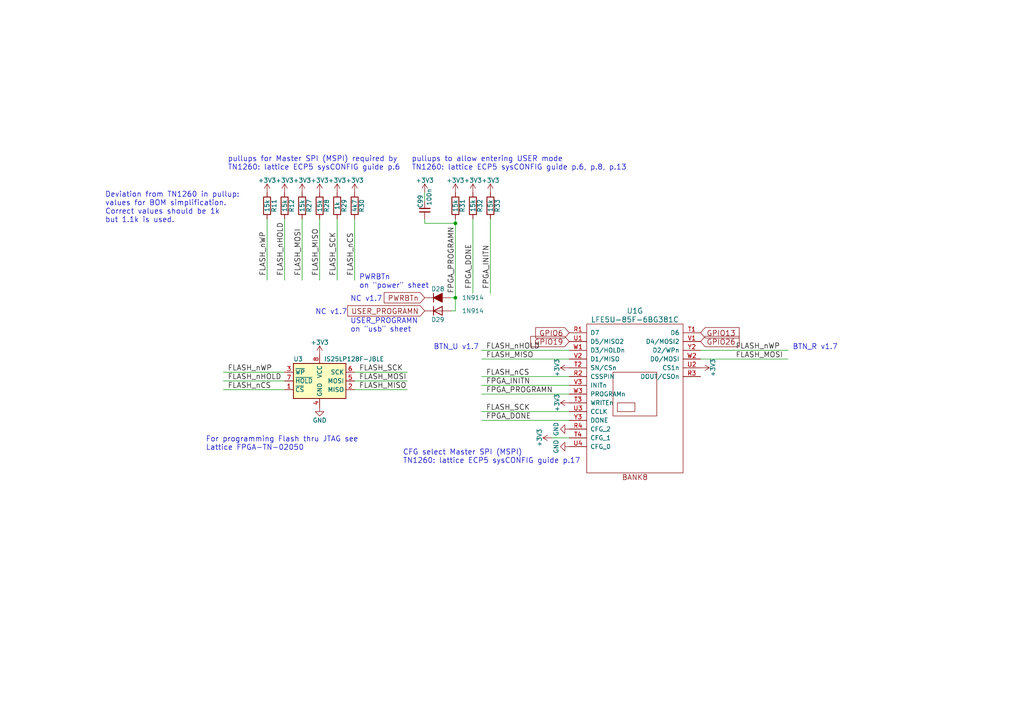
<source format=kicad_sch>
(kicad_sch (version 20231120) (generator "eeschema") (generator_version "8.0")
  (paper "A4")
  (title_block (title "ULX3S") (date "2024-08-20") (rev "0.0.4") (company "EMARD") (comment 1 "SPI flash") (comment 2 "License: CERN-OHL-S v2"))
  (lib_symbols
    (symbol "Device:C_Small" (pin_numbers hide) (pin_names (offset 0.254) hide)
      (property "Reference" "C" (at 0.254 1.778 0))
      (property "Value" "C_Small" (at 0.254 -2.032 0))
      (symbol "C_Small_0_1"
        (polyline (pts (xy -1.524 -0.508) (xy 1.524 -0.508)) (stroke (width 0.3302)))
        (polyline (pts (xy -1.524 0.508) (xy 1.524 0.508)) (stroke (width 0.3048)))
      )
      (symbol "C_Small_1_1"
        (pin passive line (at 0 2.54 270) (length 2.032) (name "~") (number "1"))
        (pin passive line (at 0 -2.54 90) (length 2.032) (name "~") (number "2"))
      )
    )
    (symbol "Device:D" (pin_numbers hide) (pin_names (offset 1.016) hide)
      (property "Reference" "D" (at 0 2.54 0))
      (property "Value" "D" (at 0 -2.54 0))
      (symbol "D_0_1"
        (polyline (pts (xy -1.27 1.27) (xy -1.27 -1.27)) (stroke (width 0.254)))
        (polyline (pts (xy 1.27 0) (xy -1.27 0)))
        (polyline (pts (xy 1.27 1.27) (xy 1.27 -1.27) (xy -1.27 0) (xy 1.27 1.27)) (stroke (width 0.254)))
      )
      (symbol "D_1_1"
        (pin passive line (at -3.81 0 0) (length 2.54) (name "K") (number "1"))
        (pin passive line (at 3.81 0 180) (length 2.54) (name "A") (number "2"))
      )
    )
    (symbol "Device:R" (pin_numbers hide) (pin_names (offset 0))
      (property "Reference" "R" (at 2.032 0 90))
      (property "Value" "R" (at 0 0 90))
      (symbol "R_0_1"
        (rectangle (start -1.016 -2.54) (end 1.016 2.54) (stroke (width 0.254)))
      )
      (symbol "R_1_1"
        (pin passive line (at 0 3.81 270) (length 1.27) (name "~") (number "1"))
        (pin passive line (at 0 -3.81 90) (length 1.27) (name "~") (number "2"))
      )
    )
    (symbol "Memory_EEPROM:25LCxxx"
      (property "Reference" "U" (at -7.62 6.35 0))
      (property "Value" "25LCxxx" (at 2.54 -6.35 0))
      (symbol "25LCxxx_1_1"
        (rectangle (start -7.62 5.08) (end 7.62 -5.08) (stroke (width 0.254)) (fill (type background)))
        (pin input line (at -10.16 -2.54 0) (length 2.54) (name "~{CS}") (number "1"))
        (pin tri_state line (at 10.16 -2.54 180) (length 2.54) (name "MISO") (number "2"))
        (pin input line (at -10.16 2.54 0) (length 2.54) (name "~{WP}") (number "3"))
        (pin power_in line (at 0 -7.62 90) (length 2.54) (name "GND") (number "4"))
        (pin input line (at 10.16 0 180) (length 2.54) (name "MOSI") (number "5"))
        (pin input line (at 10.16 2.54 180) (length 2.54) (name "SCK") (number "6"))
        (pin input line (at -10.16 0 0) (length 2.54) (name "~{HOLD}") (number "7"))
        (pin power_in line (at 0 7.62 270) (length 2.54) (name "VCC") (number "8"))
      )
    )
    (symbol "lfe5bg381:LFE5UM-85F-6BG381C" (pin_names (offset 1.016))
      (property "Reference" "U" (at 0 24.13 0))
      (property "Value" "LFE5UM-85F-6BG381C" (at 0 21.59 0))
      (symbol "LFE5UM-85F-6BG381C_1_1"
        (rectangle (start -13.97 20.32) (end 13.97 -17.78))
        (rectangle (start -6.35 6.35) (end 6.35 -6.35))
        (rectangle (start -5.08 5.08) (end 0 2.54))
        (text "BANK0" (at 0 -19.05 0) (effects (font (size 1.524 1.524))))
        (pin input line (at -19.05 15.24 0) (length 5.08) (name "PCLKT0_1") (number "A10"))
        (pin input line (at 19.05 15.24 180) (length 5.08) (name "PCLKC0_1") (number "A11"))
        (pin input line (at -19.05 -10.16 0) (length 5.08) (name "PT4A") (number "A6"))
        (pin input line (at -19.05 5.08 0) (length 5.08) (name "PT18A") (number "A7"))
        (pin input line (at 19.05 5.08 180) (length 5.08) (name "PT18B") (number "A8"))
        (pin input line (at -19.05 12.7 0) (length 5.08) (name "GR_PCLK0_1") (number "A9"))
        (pin input line (at 19.05 12.7 180) (length 5.08) (name "GR_PCLK0_0") (number "B10"))
        (pin input line (at -19.05 17.78 0) (length 5.08) (name "PCLKT0_0") (number "B11"))
        (pin input line (at 19.05 -10.16 180) (length 5.08) (name "PT4B") (number "B6"))
        (pin input line (at 19.05 2.54 180) (length 5.08) (name "PT15B") (number "B8"))
        (pin input line (at -19.05 10.16 0) (length 5.08) (name "PT58A") (number "B9"))
        (pin input line (at 19.05 10.16 180) (length 5.08) (name "PT58B") (number "C10"))
        (pin input line (at 19.05 17.78 180) (length 5.08) (name "PCLKC0_0") (number "C11"))
        (pin input line (at -19.05 -2.54 0) (length 5.08) (name "PT11A") (number "C6"))
        (pin input line (at 19.05 -2.54 180) (length 5.08) (name "PT11B") (number "C7"))
        (pin input line (at -19.05 2.54 0) (length 5.08) (name "PT15A") (number "C8"))
        (pin input line (at -19.05 -15.24 0) (length 5.08) (name "PT54A") (number "C9"))
        (pin input line (at -19.05 -12.7 0) (length 5.08) (name "PT56A") (number "D10"))
        (pin input line (at 19.05 -7.62 180) (length 5.08) (name "PT6B") (number "D6"))
        (pin input line (at 19.05 -5.08 180) (length 5.08) (name "PT9B") (number "D7"))
        (pin input line (at 19.05 0 180) (length 5.08) (name "PT13B") (number "D8"))
        (pin input line (at -19.05 7.62 0) (length 5.08) (name "PT20A") (number "D9"))
        (pin input line (at 19.05 -12.7 180) (length 5.08) (name "PT56B") (number "E10"))
        (pin input line (at -19.05 -7.62 0) (length 5.08) (name "PT6A") (number "E6"))
        (pin input line (at -19.05 -5.08 0) (length 5.08) (name "PT9A") (number "E7"))
        (pin input line (at -19.05 0 0) (length 5.08) (name "PT13A") (number "E8"))
        (pin input line (at 19.05 7.62 180) (length 5.08) (name "PT20B") (number "E9"))
      )
      (symbol "LFE5UM-85F-6BG381C_2_0"
        (text "BANK1" (at 0 -26.67 0) (effects (font (size 1.524 1.524))))
      )
      (symbol "LFE5UM-85F-6BG381C_2_1"
        (rectangle (start -13.97 20.32) (end 13.97 -25.4))
        (rectangle (start -6.35 6.35) (end 6.35 -6.35))
        (rectangle (start 0 5.08) (end 5.08 2.54))
        (pin input line (at -19.05 -12.7 0) (length 5.08) (name "PT76A") (number "A12"))
        (pin input line (at 19.05 -12.7 180) (length 5.08) (name "PT76B") (number "A13"))
        (pin input line (at -19.05 -5.08 0) (length 5.08) (name "PT83A") (number "A14"))
        (pin input line (at -19.05 -22.86 0) (length 5.08) (name "PT103A") (number "A15"))
        (pin input line (at -19.05 5.08 0) (length 5.08) (name "PT110A") (number "A16"))
        (pin input line (at -19.05 12.7 0) (length 5.08) (name "PT116A") (number "A17"))
        (pin input line (at -19.05 15.24 0) (length 5.08) (name "PT119A") (number "A18"))
        (pin input line (at -19.05 17.78 0) (length 5.08) (name "PT121A") (number "A19"))
        (pin input line (at -19.05 -17.78 0) (length 5.08) (name "PCLKT1_0") (number "B12"))
        (pin input line (at -19.05 -10.16 0) (length 5.08) (name "PT78A") (number "B13"))
        (pin input line (at -19.05 0 0) (length 5.08) (name "PT105A") (number "B15"))
        (pin input line (at 19.05 5.08 180) (length 5.08) (name "PT110B") (number "B16"))
        (pin input line (at -19.05 10.16 0) (length 5.08) (name "PT114A") (number "B17"))
        (pin input line (at 19.05 12.7 180) (length 5.08) (name "PT116B") (number "B18"))
        (pin input line (at 19.05 15.24 180) (length 5.08) (name "PT119B") (number "B19"))
        (pin input line (at 19.05 17.78 180) (length 5.08) (name "PT121B") (number "B20"))
        (pin input line (at 19.05 -17.78 180) (length 5.08) (name "PCLKC1_0") (number "C12"))
        (pin input line (at 19.05 -10.16 180) (length 5.08) (name "PT78B") (number "C13"))
        (pin input line (at 19.05 -5.08 180) (length 5.08) (name "PT83B") (number "C14"))
        (pin input line (at 19.05 0 180) (length 5.08) (name "PT105B") (number "C15"))
        (pin input line (at -19.05 7.62 0) (length 5.08) (name "PT112A") (number "C16"))
        (pin input line (at 19.05 10.16 180) (length 5.08) (name "PT114B") (number "C17"))
        (pin input line (at -19.05 -20.32 0) (length 5.08) (name "PCLKT1_1") (number "D11"))
        (pin input line (at -19.05 -15.24 0) (length 5.08) (name "GR_PCLK1_0") (number "D12"))
        (pin input line (at -19.05 -7.62 0) (length 5.08) (name "PT80A") (number "D13"))
        (pin input line (at -19.05 -2.54 0) (length 5.08) (name "PT85A") (number "D14"))
        (pin input line (at -19.05 2.54 0) (length 5.08) (name "PT107A") (number "D15"))
        (pin input line (at 19.05 7.62 180) (length 5.08) (name "PT112B") (number "D16"))
        (pin input line (at 19.05 -20.32 180) (length 5.08) (name "PCLKC1_1") (number "E11"))
        (pin input line (at 19.05 -15.24 180) (length 5.08) (name "GR_PCLK1_1") (number "E12"))
        (pin input line (at 19.05 -7.62 180) (length 5.08) (name "PT80B") (number "E13"))
        (pin input line (at 19.05 -2.54 180) (length 5.08) (name "PT85B") (number "E14"))
        (pin input line (at 19.05 2.54 180) (length 5.08) (name "PT107B") (number "E15"))
      )
      (symbol "LFE5UM-85F-6BG381C_3_0"
        (text "BANK2" (at 0 -26.67 0) (effects (font (size 1.524 1.524))))
      )
      (symbol "LFE5UM-85F-6BG381C_3_1"
        (rectangle (start -13.97 20.32) (end 13.97 -25.4))
        (rectangle (start -6.35 6.35) (end 6.35 -6.35))
        (rectangle (start 5.08 5.08) (end 2.54 0))
        (pin input line (at -19.05 -20.32 0) (length 5.08) (name "PR11A") (number "C18"))
        (pin input line (at -19.05 0 0) (length 5.08) (name "PR35A") (number "C20"))
        (pin input line (at 19.05 -20.32 180) (length 5.08) (name "PR11B") (number "D17"))
        (pin input line (at -19.05 -15.24 0) (length 5.08) (name "PR14A") (number "D18"))
        (pin input line (at 19.05 0 180) (length 5.08) (name "PR35B") (number "D19"))
        (pin input line (at -19.05 2.54 0) (length 5.08) (name "VREF1_2") (number "D20"))
        (pin input line (at -19.05 -17.78 0) (length 5.08) (name "PR11C") (number "E16"))
        (pin input line (at 19.05 -15.24 180) (length 5.08) (name "PR14B") (number "E17"))
        (pin input line (at -19.05 -12.7 0) (length 5.08) (name "PR14C") (number "E18"))
        (pin input line (at 19.05 2.54 180) (length 5.08) (name "PR35D") (number "E19"))
        (pin input line (at -19.05 5.08 0) (length 5.08) (name "PR38A") (number "E20"))
        (pin input line (at 19.05 -17.78 180) (length 5.08) (name "PR11D") (number "F16"))
        (pin input line (at -19.05 -10.16 0) (length 5.08) (name "PR17A") (number "F17"))
        (pin input line (at 19.05 -12.7 180) (length 5.08) (name "PR14D") (number "F18"))
        (pin input line (at 19.05 5.08 180) (length 5.08) (name "PR38B") (number "F19"))
        (pin input line (at -19.05 7.62 0) (length 5.08) (name "PR38C") (number "F20"))
        (pin input line (at -19.05 -7.62 0) (length 5.08) (name "PR17C") (number "G16"))
        (pin input line (at 19.05 -10.16 180) (length 5.08) (name "PR17B") (number "G18"))
        (pin input line (at -19.05 10.16 0) (length 5.08) (name "GR_PCLK2_1") (number "G19"))
        (pin input line (at 19.05 7.62 180) (length 5.08) (name "PR38D") (number "G20"))
        (pin input line (at 19.05 -7.62 180) (length 5.08) (name "PR17D") (number "H16"))
        (pin input line (at 19.05 -5.08 180) (length 5.08) (name "PR20B") (number "H17"))
        (pin input line (at -19.05 -5.08 0) (length 5.08) (name "PR20A") (number "H18"))
        (pin input line (at 19.05 10.16 180) (length 5.08) (name "PR41B") (number "H20"))
        (pin input line (at 19.05 -2.54 180) (length 5.08) (name "PR20D") (number "J16"))
        (pin input line (at -19.05 -2.54 0) (length 5.08) (name "PR20C") (number "J17"))
        (pin input line (at -19.05 12.7 0) (length 5.08) (name "GR_PCLK2_0") (number "J18"))
        (pin input line (at -19.05 15.24 0) (length 5.08) (name "PCLKT2_1") (number "J19"))
        (pin input line (at -19.05 17.78 0) (length 5.08) (name "PCLKT2_0") (number "J20"))
        (pin input line (at -19.05 -22.86 0) (length 5.08) (name "PR29A") (number "K16"))
        (pin input line (at 19.05 -22.86 180) (length 5.08) (name "PR29B") (number "K17"))
        (pin input line (at 19.05 12.7 180) (length 5.08) (name "PR41D") (number "K18"))
        (pin input line (at 19.05 15.24 180) (length 5.08) (name "PCLKC2_1") (number "K19"))
        (pin input line (at 19.05 17.78 180) (length 5.08) (name "PCLKC2_0") (number "K20"))
      )
      (symbol "LFE5UM-85F-6BG381C_4_0"
        (text "BANK3" (at 0 -26.67 0) (effects (font (size 1.524 1.524))))
      )
      (symbol "LFE5UM-85F-6BG381C_4_1"
        (rectangle (start -13.97 20.32) (end 13.97 -25.4))
        (rectangle (start -6.35 6.35) (end 6.35 -6.35))
        (rectangle (start 2.54 0) (end 5.08 -5.08))
        (pin input line (at -19.05 -15.24 0) (length 5.08) (name "GR_PCLK3_0") (number "L16"))
        (pin input line (at 19.05 -15.24 180) (length 5.08) (name "PR50B") (number "L17"))
        (pin input line (at -19.05 -12.7 0) (length 5.08) (name "GR_PCLK3_1") (number "L18"))
        (pin input line (at -19.05 -17.78 0) (length 5.08) (name "PCLKT3_0") (number "L19"))
        (pin input line (at -19.05 -20.32 0) (length 5.08) (name "PCLKT3_1") (number "L20"))
        (pin input line (at 19.05 -10.16 180) (length 5.08) (name "PR53B") (number "M17"))
        (pin input line (at 19.05 -12.7 180) (length 5.08) (name "PR50D") (number "M18"))
        (pin input line (at 19.05 -17.78 180) (length 5.08) (name "PCLKC3_0") (number "M19"))
        (pin input line (at 19.05 -20.32 180) (length 5.08) (name "PCLKC3_1") (number "M20"))
        (pin input line (at -19.05 -10.16 0) (length 5.08) (name "PR53A") (number "N16"))
        (pin input line (at -19.05 -5.08 0) (length 5.08) (name "PR56A") (number "N17"))
        (pin input line (at -19.05 -7.62 0) (length 5.08) (name "PR53C") (number "N18"))
        (pin input line (at -19.05 0 0) (length 5.08) (name "PR83A") (number "N19"))
        (pin input line (at 19.05 0 180) (length 5.08) (name "PR83B") (number "N20"))
        (pin input line (at 19.05 -5.08 180) (length 5.08) (name "VREF1_3") (number "P16"))
        (pin input line (at 19.05 -7.62 180) (length 5.08) (name "PR53D") (number "P17"))
        (pin input line (at 19.05 2.54 180) (length 5.08) (name "PR83D") (number "P18"))
        (pin input line (at -19.05 2.54 0) (length 5.08) (name "PR83C") (number "P19"))
        (pin input line (at -19.05 5.08 0) (length 5.08) (name "PR86A") (number "P20"))
        (pin input line (at -19.05 -2.54 0) (length 5.08) (name "PR56C") (number "R16"))
        (pin input line (at 19.05 -2.54 180) (length 5.08) (name "PR56D") (number "R17"))
        (pin input line (at 19.05 10.16 180) (length 5.08) (name "PR89B") (number "R18"))
        (pin input line (at 19.05 5.08 180) (length 5.08) (name "PR86B") (number "R20"))
        (pin input line (at -19.05 -22.86 0) (length 5.08) (name "PR77A") (number "T16"))
        (pin input line (at 19.05 17.78 180) (length 5.08) (name "GPLL0C_IN") (number "T17"))
        (pin input line (at 19.05 12.7 180) (length 5.08) (name "PR89D") (number "T18"))
        (pin input line (at -19.05 10.16 0) (length 5.08) (name "PR89A") (number "T19"))
        (pin input line (at -19.05 7.62 0) (length 5.08) (name "PR86C") (number "T20"))
        (pin input line (at -19.05 17.78 0) (length 5.08) (name "GPLL0T_IN") (number "U16"))
        (pin input line (at 19.05 15.24 180) (length 5.08) (name "PR92B") (number "U17"))
        (pin input line (at -19.05 15.24 0) (length 5.08) (name "PR92A") (number "U18"))
        (pin input line (at -19.05 12.7 0) (length 5.08) (name "PR89C") (number "U19"))
        (pin input line (at 19.05 7.62 180) (length 5.08) (name "PR86D") (number "U20"))
      )
      (symbol "LFE5UM-85F-6BG381C_5_0"
        (text "BANK6" (at 0 -26.67 0) (effects (font (size 1.524 1.524))))
      )
      (symbol "LFE5UM-85F-6BG381C_5_1"
        (rectangle (start -13.97 20.32) (end 13.97 -25.4))
        (rectangle (start -6.35 6.35) (end 6.35 -6.35))
        (rectangle (start -5.08 0) (end -2.54 -5.08))
        (pin input line (at 19.05 15.24 180) (length 5.08) (name "PCLKC6_1") (number "F1"))
        (pin input line (at 19.05 17.78 180) (length 5.08) (name "PCLKC6_0") (number "G1"))
        (pin input line (at -19.05 15.24 0) (length 5.08) (name "PCLKT6_1") (number "G2"))
        (pin input line (at -19.05 7.62 0) (length 5.08) (name "PL53C") (number "H1"))
        (pin input line (at -19.05 17.78 0) (length 5.08) (name "PCLKT6_0") (number "H2"))
        (pin input line (at 19.05 5.08 180) (length 5.08) (name "PL53B") (number "J1"))
        (pin input line (at -19.05 12.7 0) (length 5.08) (name "GR_PCLK6_1") (number "J3"))
        (pin input line (at -19.05 10.16 0) (length 5.08) (name "GR_PCLK6_0") (number "J4"))
        (pin input line (at 19.05 10.16 180) (length 5.08) (name "PL50B") (number "J5"))
        (pin input line (at 19.05 7.62 180) (length 5.08) (name "PL53D") (number "K1"))
        (pin input line (at -19.05 5.08 0) (length 5.08) (name "PL53A") (number "K2"))
        (pin input line (at 19.05 12.7 180) (length 5.08) (name "PL50D") (number "K3"))
        (pin input line (at -19.05 0 0) (length 5.08) (name "PL56A") (number "K4"))
        (pin input line (at 19.05 0 180) (length 5.08) (name "VREF1_6") (number "K5"))
        (pin input line (at -19.05 -12.7 0) (length 5.08) (name "PL65C") (number "L1"))
        (pin input line (at 19.05 -7.62 180) (length 5.08) (name "PL86D") (number "L2"))
        (pin input line (at -19.05 -7.62 0) (length 5.08) (name "PL86C") (number "L3"))
        (pin input line (at -19.05 2.54 0) (length 5.08) (name "PL56C") (number "L4"))
        (pin input line (at 19.05 2.54 180) (length 5.08) (name "PL56D") (number "L5"))
        (pin input line (at 19.05 -15.24 180) (length 5.08) (name "PL89B") (number "M1"))
        (pin input line (at 19.05 -10.16 180) (length 5.08) (name "PL86B") (number "M3"))
        (pin input line (at -19.05 -5.08 0) (length 5.08) (name "PL83A") (number "M4"))
        (pin input line (at -19.05 -22.86 0) (length 5.08) (name "PL77A") (number "M5"))
        (pin input line (at 19.05 -12.7 180) (length 5.08) (name "PL89D") (number "N1"))
        (pin input line (at -19.05 -15.24 0) (length 5.08) (name "PL65A") (number "N2"))
        (pin input line (at -19.05 -10.16 0) (length 5.08) (name "PL86A") (number "N3"))
        (pin input line (at -19.05 -2.54 0) (length 5.08) (name "PL83C") (number "N4"))
        (pin input line (at 19.05 -5.08 180) (length 5.08) (name "PL83B") (number "N5"))
        (pin input line (at -19.05 -20.32 0) (length 5.08) (name "PL92A") (number "P1"))
        (pin input line (at 19.05 -20.32 180) (length 5.08) (name "PL92B") (number "P2"))
        (pin input line (at -19.05 -17.78 0) (length 5.08) (name "GPLL0T_IN") (number "P3"))
        (pin input line (at 19.05 -17.78 180) (length 5.08) (name "GPLL0C_IN") (number "P4"))
        (pin input line (at 19.05 -2.54 180) (length 5.08) (name "PL83D") (number "P5"))
      )
      (symbol "LFE5UM-85F-6BG381C_6_0"
        (text "BANK7" (at 0 -24.13 0) (effects (font (size 1.524 1.524))))
      )
      (symbol "LFE5UM-85F-6BG381C_6_1"
        (rectangle (start -13.97 20.32) (end 13.97 -22.86))
        (rectangle (start -6.35 6.35) (end 6.35 -6.35))
        (rectangle (start -5.08 5.08) (end -2.54 0))
        (pin input line (at -19.05 -5.08 0) (length 5.08) (name "PL35A") (number "A2"))
        (pin input line (at -19.05 12.7 0) (length 5.08) (name "PL14C") (number "A3"))
        (pin input line (at -19.05 15.24 0) (length 5.08) (name "PL11A") (number "A4"))
        (pin input line (at 19.05 15.24 180) (length 5.08) (name "PL11B") (number "A5"))
        (pin input line (at 19.05 -5.08 180) (length 5.08) (name "PL35B") (number "B1"))
        (pin input line (at -19.05 -2.54 0) (length 5.08) (name "VREF1_7") (number "B2"))
        (pin input line (at 19.05 12.7 180) (length 5.08) (name "PL14D") (number "B3"))
        (pin input line (at 19.05 10.16 180) (length 5.08) (name "PL14B") (number "B4"))
        (pin input line (at -19.05 17.78 0) (length 5.08) (name "PL11C") (number "B5"))
        (pin input line (at -19.05 -10.16 0) (length 5.08) (name "PL38A") (number "C1"))
        (pin input line (at 19.05 -2.54 180) (length 5.08) (name "PL35D") (number "C2"))
        (pin input line (at -19.05 7.62 0) (length 5.08) (name "PL17C") (number "C3"))
        (pin input line (at -19.05 10.16 0) (length 5.08) (name "PL14A") (number "C4"))
        (pin input line (at 19.05 17.78 180) (length 5.08) (name "PL11D") (number "C5"))
        (pin input line (at 19.05 -10.16 180) (length 5.08) (name "PL38B") (number "D1"))
        (pin input line (at -19.05 -7.62 0) (length 5.08) (name "PL38C") (number "D2"))
        (pin input line (at 19.05 7.62 180) (length 5.08) (name "PL17D") (number "D3"))
        (pin input line (at 19.05 5.08 180) (length 5.08) (name "PL17B") (number "D5"))
        (pin input line (at 19.05 -7.62 180) (length 5.08) (name "PL38D") (number "E1"))
        (pin input line (at 19.05 -17.78 180) (length 5.08) (name "PCLKC7_0") (number "E2"))
        (pin input line (at 19.05 0 180) (length 5.08) (name "PL20B") (number "E3"))
        (pin input line (at -19.05 5.08 0) (length 5.08) (name "PL17A") (number "E4"))
        (pin input line (at -19.05 2.54 0) (length 5.08) (name "PL20C") (number "E5"))
        (pin input line (at -19.05 -17.78 0) (length 5.08) (name "PCLKT7_0") (number "F2"))
        (pin input line (at 19.05 -20.32 180) (length 5.08) (name "PCLKC7_1") (number "F3"))
        (pin input line (at -19.05 0 0) (length 5.08) (name "PL20A") (number "F4"))
        (pin input line (at 19.05 2.54 180) (length 5.08) (name "PL20D") (number "F5"))
        (pin input line (at -19.05 -20.32 0) (length 5.08) (name "PCLKT7_1") (number "G3"))
        (pin input line (at 19.05 -15.24 180) (length 5.08) (name "PL41B") (number "G5"))
        (pin input line (at 19.05 -12.7 180) (length 5.08) (name "PL41D") (number "H3"))
        (pin input line (at -19.05 -15.24 0) (length 5.08) (name "GR_PCLK7_1") (number "H4"))
        (pin input line (at -19.05 -12.7 0) (length 5.08) (name "GR_PCLK7_0") (number "H5"))
      )
      (symbol "LFE5UM-85F-6BG381C_7_0"
        (text "BANK8" (at 0 -24.13 0) (effects (font (size 1.524 1.524))))
      )
      (symbol "LFE5UM-85F-6BG381C_7_1"
        (rectangle (start -13.97 20.32) (end 13.97 -22.86))
        (rectangle (start -6.35 6.35) (end 6.35 -6.35))
        (rectangle (start -5.08 -5.08) (end 0 -2.54))
        (pin input line (at -19.05 17.78 0) (length 5.08) (name "D7") (number "R1"))
        (pin input line (at -19.05 5.08 0) (length 5.08) (name "CSSPIN") (number "R2"))
        (pin input line (at 19.05 5.08 180) (length 5.08) (name "DOUT/CSOn") (number "R3"))
        (pin input line (at -19.05 -10.16 0) (length 5.08) (name "CFG_2") (number "R4"))
        (pin input line (at 19.05 17.78 180) (length 5.08) (name "D6") (number "T1"))
        (pin input line (at -19.05 7.62 0) (length 5.08) (name "SN/CSn") (number "T2"))
        (pin input line (at -19.05 -2.54 0) (length 5.08) (name "WRITEn") (number "T3"))
        (pin input line (at -19.05 -12.7 0) (length 5.08) (name "CFG_1") (number "T4"))
        (pin input line (at -19.05 15.24 0) (length 5.08) (name "D5/MISO2") (number "U1"))
        (pin input line (at 19.05 7.62 180) (length 5.08) (name "CS1n") (number "U2"))
        (pin input line (at -19.05 -5.08 0) (length 5.08) (name "CCLK") (number "U3"))
        (pin input line (at -19.05 -15.24 0) (length 5.08) (name "CFG_0") (number "U4"))
        (pin input line (at 19.05 15.24 180) (length 5.08) (name "D4/MOSI2") (number "V1"))
        (pin input line (at -19.05 10.16 0) (length 5.08) (name "D1/MISO") (number "V2"))
        (pin input line (at -19.05 2.54 0) (length 5.08) (name "INITn") (number "V3"))
        (pin input line (at -19.05 12.7 0) (length 5.08) (name "D3/HOLDn") (number "W1"))
        (pin input line (at 19.05 10.16 180) (length 5.08) (name "D0/MOSI") (number "W2"))
        (pin input line (at -19.05 0 0) (length 5.08) (name "PROGRAMn") (number "W3"))
        (pin input line (at 19.05 12.7 180) (length 5.08) (name "D2/WPn") (number "Y2"))
        (pin input line (at -19.05 -7.62 0) (length 5.08) (name "DONE") (number "Y3"))
      )
      (symbol "LFE5UM-85F-6BG381C_8_0"
        (text "BANK50,51" (at 0 -27.94 0) (effects (font (size 1.524 1.524))))
        (text "SERDES" (at 0 -30.48 0) (effects (font (size 1.524 1.524))))
      )
      (symbol "LFE5UM-85F-6BG381C_8_1"
        (rectangle (start -16.51 25.4) (end 16.51 -26.67))
        (rectangle (start -6.35 6.35) (end 6.35 -6.35))
        (rectangle (start 3.81 -5.08) (end -3.81 -3.81))
        (pin input line (at 21.59 8.89 180) (length 5.08) (name "VCCHTX0_D0CH1") (number "T10"))
        (pin input line (at -21.59 -7.62 0) (length 5.08) (name "VCCHTX0_D1CH0") (number "T11"))
        (pin input line (at -21.59 -10.16 0) (length 5.08) (name "VCCHRX0_D1CH0") (number "T12"))
        (pin input line (at 21.59 -10.16 180) (length 5.08) (name "VCCHRX0_D1CH1") (number "T13"))
        (pin input line (at 21.59 -7.62 180) (length 5.08) (name "VCCHTX0_D1CH1") (number "T14"))
        (pin input line (at -21.59 -2.54 0) (length 5.08) (name "VCCA1") (number "T15"))
        (pin input line (at -21.59 3.81 0) (length 5.08) (name "VCCA0") (number "T6"))
        (pin input line (at -21.59 8.89 0) (length 5.08) (name "VCCHTX0_D0CH0") (number "T7"))
        (pin input line (at -21.59 6.35 0) (length 5.08) (name "VCCHRX0_D0CH0") (number "T8"))
        (pin input line (at 21.59 6.35 180) (length 5.08) (name "VCCHRX0_D0CH1") (number "T9"))
        (pin input line (at -21.59 -5.08 0) (length 5.08) (name "VCCA1") (number "U15"))
        (pin input line (at -21.59 1.27 0) (length 5.08) (name "VCCA0") (number "U6"))
        (pin input line (at 21.59 3.81 180) (length 5.08) (name "VCCAUXA0") (number "V10"))
        (pin input line (at 21.59 1.27 180) (length 5.08) (name "VCCAUXA0") (number "V11"))
        (pin input line (at 21.59 -2.54 180) (length 5.08) (name "VCCAUXA1") (number "V17"))
        (pin input line (at 21.59 -5.08 180) (length 5.08) (name "VCCAUXA1") (number "V18"))
        (pin input line (at -21.59 -16.51 0) (length 5.08) (name "HDTXP0_D1CH0") (number "W13"))
        (pin input line (at 21.59 -16.51 180) (length 5.08) (name "HDTXN0_D1CH0") (number "W14"))
        (pin input line (at -21.59 -21.59 0) (length 5.08) (name "HDTXP0_D1CH1") (number "W17"))
        (pin input line (at 21.59 -21.59 180) (length 5.08) (name "HDTXN0_D1CH1") (number "W18"))
        (pin input line (at 21.59 -13.97 180) (length 5.08) (name "REFCLKN_D1") (number "W20"))
        (pin input line (at -21.59 20.32 0) (length 5.08) (name "HDTXP0_D0CH0") (number "W4"))
        (pin input line (at 21.59 20.32 180) (length 5.08) (name "HDTXN0_D0CH0") (number "W5"))
        (pin input line (at -21.59 15.24 0) (length 5.08) (name "HDTXP0_D0CH1") (number "W8"))
        (pin input line (at 21.59 15.24 180) (length 5.08) (name "HDTXN0_D0CH1") (number "W9"))
        (pin input line (at -21.59 22.86 0) (length 5.08) (name "REFCLKP_D0") (number "Y11"))
        (pin input line (at 21.59 22.86 180) (length 5.08) (name "REFCLKN_D0") (number "Y12"))
        (pin input line (at -21.59 -19.05 0) (length 5.08) (name "HDRXP0_D1CH0") (number "Y14"))
        (pin input line (at 21.59 -19.05 180) (length 5.08) (name "HDRXN0_D1CH0") (number "Y15"))
        (pin input line (at -21.59 -24.13 0) (length 5.08) (name "HDRXP0_D1CH1") (number "Y16"))
        (pin input line (at 21.59 -24.13 180) (length 5.08) (name "HDRXN0_D1CH1") (number "Y17"))
        (pin input line (at -21.59 -13.97 0) (length 5.08) (name "REFCLKP_D1") (number "Y19"))
        (pin input line (at -21.59 17.78 0) (length 5.08) (name "HDRXP0_D0CH0") (number "Y5"))
        (pin input line (at 21.59 17.78 180) (length 5.08) (name "HDRXN0_D0CH0") (number "Y6"))
        (pin input line (at -21.59 12.7 0) (length 5.08) (name "HDRXP0_D0CH1") (number "Y7"))
        (pin input line (at 21.59 12.7 180) (length 5.08) (name "HDRXN0_D0CH1") (number "Y8"))
      )
      (symbol "LFE5UM-85F-6BG381C_9_1"
        (rectangle (start -109.22 11.43) (end 118.11 -12.7))
        (rectangle (start -6.35 6.35) (end 6.35 -6.35))
        (rectangle (start -2.54 2.54) (end 2.54 -2.54))
        (text "POWER" (at 0 3.81 0) (effects (font (size 1.524 1.524))))
        (pin input line (at -77.47 -17.78 90) (length 5.08) (name "GND") (number "B14"))
        (pin input line (at 13.97 -17.78 90) (length 5.08) (name "GND") (number "B7"))
        (pin input line (at -97.79 -17.78 90) (length 5.08) (name "GND") (number "C19"))
        (pin input line (at 41.91 -17.78 90) (length 5.08) (name "GND") (number "D4"))
        (pin input line (at -40.64 16.51 270) (length 5.08) (name "VCCio0") (number "F10"))
        (pin input line (at -30.48 16.51 270) (length 5.08) (name "VCCio1") (number "F11"))
        (pin input line (at -33.02 16.51 270) (length 5.08) (name "VCCio1") (number "F12"))
        (pin input line (at -57.15 -17.78 90) (length 5.08) (name "GND") (number "F13"))
        (pin input line (at -74.93 -17.78 90) (length 5.08) (name "GND") (number "F14"))
        (pin input line (at -53.34 16.51 270) (length 5.08) (name "VCCAUX") (number "F15"))
        (pin input line (at -48.26 16.51 270) (length 5.08) (name "VCCAUX") (number "F6"))
        (pin input line (at 16.51 -17.78 90) (length 5.08) (name "GND") (number "F7"))
        (pin input line (at 6.35 -17.78 90) (length 5.08) (name "GND") (number "F8"))
        (pin input line (at -38.1 16.51 270) (length 5.08) (name "VCCio0") (number "F9"))
        (pin input line (at -19.05 -17.78 90) (length 5.08) (name "GND") (number "G10"))
        (pin input line (at -34.29 -17.78 90) (length 5.08) (name "GND") (number "G11"))
        (pin input line (at -49.53 -17.78 90) (length 5.08) (name "GND") (number "G12"))
        (pin input line (at -54.61 -17.78 90) (length 5.08) (name "GND") (number "G13"))
        (pin input line (at -72.39 -17.78 90) (length 5.08) (name "GND") (number "G14"))
        (pin input line (at -85.09 -17.78 90) (length 5.08) (name "GND") (number "G15"))
        (pin input line (at -90.17 -17.78 90) (length 5.08) (name "GND") (number "G17"))
        (pin input line (at 44.45 -17.78 90) (length 5.08) (name "GND") (number "G4"))
        (pin input line (at 34.29 -17.78 90) (length 5.08) (name "GND") (number "G6"))
        (pin input line (at 19.05 -17.78 90) (length 5.08) (name "GND") (number "G7"))
        (pin input line (at 8.89 -17.78 90) (length 5.08) (name "GND") (number "G8"))
        (pin input line (at -6.35 -17.78 90) (length 5.08) (name "GND") (number "G9"))
        (pin input line (at -81.28 16.51 270) (length 5.08) (name "VCC") (number "H10"))
        (pin input line (at -86.36 16.51 270) (length 5.08) (name "VCC") (number "H11"))
        (pin input line (at -91.44 16.51 270) (length 5.08) (name "VCC") (number "H12"))
        (pin input line (at -106.68 16.51 270) (length 5.08) (name "VCC") (number "H13"))
        (pin input line (at -20.32 16.51 270) (length 5.08) (name "VCCio2") (number "H14"))
        (pin input line (at -25.4 16.51 270) (length 5.08) (name "VCCio2") (number "H15"))
        (pin input line (at -95.25 -17.78 90) (length 5.08) (name "GND") (number "H19"))
        (pin input line (at 29.21 16.51 270) (length 5.08) (name "VCCio7") (number "H6"))
        (pin input line (at 26.67 16.51 270) (length 5.08) (name "VCCio7") (number "H7"))
        (pin input line (at -71.12 16.51 270) (length 5.08) (name "VCC") (number "H8"))
        (pin input line (at -76.2 16.51 270) (length 5.08) (name "VCC") (number "H9"))
        (pin input line (at -16.51 -17.78 90) (length 5.08) (name "GND") (number "J10"))
        (pin input line (at -31.75 -17.78 90) (length 5.08) (name "GND") (number "J11"))
        (pin input line (at -46.99 -17.78 90) (length 5.08) (name "GND") (number "J12"))
        (pin input line (at -104.14 16.51 270) (length 5.08) (name "VCC") (number "J13"))
        (pin input line (at -69.85 -17.78 90) (length 5.08) (name "GND") (number "J14"))
        (pin input line (at -22.86 16.51 270) (length 5.08) (name "VCCio2") (number "J15"))
        (pin input line (at 46.99 -17.78 90) (length 5.08) (name "GND") (number "J2"))
        (pin input line (at 31.75 16.51 270) (length 5.08) (name "VCCio7") (number "J6"))
        (pin input line (at 21.59 -17.78 90) (length 5.08) (name "GND") (number "J7"))
        (pin input line (at -68.58 16.51 270) (length 5.08) (name "VCC") (number "J8"))
        (pin input line (at -3.81 -17.78 90) (length 5.08) (name "GND") (number "J9"))
        (pin input line (at -13.97 -17.78 90) (length 5.08) (name "GND") (number "K10"))
        (pin input line (at -29.21 -17.78 90) (length 5.08) (name "GND") (number "K11"))
        (pin input line (at -44.45 -17.78 90) (length 5.08) (name "GND") (number "K12"))
        (pin input line (at -101.6 16.51 270) (length 5.08) (name "VCC") (number "K13"))
        (pin input line (at -67.31 -17.78 90) (length 5.08) (name "GND") (number "K14"))
        (pin input line (at -82.55 -17.78 90) (length 5.08) (name "GND") (number "K15"))
        (pin input line (at 36.83 -17.78 90) (length 5.08) (name "GND") (number "K6"))
        (pin input line (at 24.13 -17.78 90) (length 5.08) (name "GND") (number "K7"))
        (pin input line (at -66.04 16.51 270) (length 5.08) (name "VCC") (number "K8"))
        (pin input line (at -1.27 -17.78 90) (length 5.08) (name "GND") (number "K9"))
        (pin input line (at -11.43 -17.78 90) (length 5.08) (name "GND") (number "L10"))
        (pin input line (at -26.67 -17.78 90) (length 5.08) (name "GND") (number "L11"))
        (pin input line (at -41.91 -17.78 90) (length 5.08) (name "GND") (number "L12"))
        (pin input line (at -99.06 16.51 270) (length 5.08) (name "VCC") (number "L13"))
        (pin input line (at -10.16 16.51 270) (length 5.08) (name "VCCio3") (number "L14"))
        (pin input line (at -15.24 16.51 270) (length 5.08) (name "VCCio3") (number "L15"))
        (pin input line (at 19.05 16.51 270) (length 5.08) (name "VCCio6") (number "L6"))
        (pin input line (at 16.51 16.51 270) (length 5.08) (name "VCCio6") (number "L7"))
        (pin input line (at -63.5 16.51 270) (length 5.08) (name "VCC") (number "L8"))
        (pin input line (at 1.27 -17.78 90) (length 5.08) (name "GND") (number "L9"))
        (pin input line (at -8.89 -17.78 90) (length 5.08) (name "GND") (number "M10"))
        (pin input line (at -24.13 -17.78 90) (length 5.08) (name "GND") (number "M11"))
        (pin input line (at -39.37 -17.78 90) (length 5.08) (name "GND") (number "M12"))
        (pin input line (at -96.52 16.51 270) (length 5.08) (name "VCC") (number "M13"))
        (pin input line (at -64.77 -17.78 90) (length 5.08) (name "GND") (number "M14"))
        (pin input line (at -12.7 16.51 270) (length 5.08) (name "VCCio3") (number "M15"))
        (pin input line (at -87.63 -17.78 90) (length 5.08) (name "GND") (number "M16"))
        (pin input line (at 49.53 -17.78 90) (length 5.08) (name "GND") (number "M2"))
        (pin input line (at 21.59 16.51 270) (length 5.08) (name "VCCio6") (number "M6"))
        (pin input line (at 26.67 -17.78 90) (length 5.08) (name "GND") (number "M7"))
        (pin input line (at -60.96 16.51 270) (length 5.08) (name "VCC") (number "M8"))
        (pin input line (at 3.81 -17.78 90) (length 5.08) (name "GND") (number "M9"))
        (pin input line (at -78.74 16.51 270) (length 5.08) (name "VCC") (number "N10"))
        (pin input line (at -83.82 16.51 270) (length 5.08) (name "VCC") (number "N11"))
        (pin input line (at -88.9 16.51 270) (length 5.08) (name "VCC") (number "N12"))
        (pin input line (at -93.98 16.51 270) (length 5.08) (name "VCC") (number "N13"))
        (pin input line (at -62.23 -17.78 90) (length 5.08) (name "GND") (number "N14"))
        (pin input line (at -80.01 -17.78 90) (length 5.08) (name "GND") (number "N15"))
        (pin input line (at 39.37 -17.78 90) (length 5.08) (name "GND") (number "N6"))
        (pin input line (at 29.21 -17.78 90) (length 5.08) (name "GND") (number "N7"))
        (pin input line (at -58.42 16.51 270) (length 5.08) (name "VCC") (number "N8"))
        (pin input line (at -73.66 16.51 270) (length 5.08) (name "VCC") (number "N9"))
        (pin input line (at 36.83 16.51 270) (length 5.08) (name "VCCio8") (number "P10"))
        (pin input line (at -21.59 -17.78 90) (length 5.08) (name "GND") (number "P11"))
        (pin input line (at -36.83 -17.78 90) (length 5.08) (name "GND") (number "P12"))
        (pin input line (at -52.07 -17.78 90) (length 5.08) (name "GND") (number "P13"))
        (pin input line (at -59.69 -17.78 90) (length 5.08) (name "GND") (number "P14"))
        (pin input line (at -50.8 16.51 270) (length 5.08) (name "VCCAUX") (number "P15"))
        (pin input line (at -45.72 16.51 270) (length 5.08) (name "VCCAUX") (number "P6"))
        (pin input line (at 31.75 -17.78 90) (length 5.08) (name "GND") (number "P7"))
        (pin input line (at 11.43 -17.78 90) (length 5.08) (name "GND") (number "P8"))
        (pin input line (at 39.37 16.51 270) (length 5.08) (name "VCCio8") (number "P9"))
        (pin input line (at -92.71 -17.78 90) (length 5.08) (name "GND") (number "R19"))
        (pin input line (at 67.31 -17.78 90) (length 5.08) (name "GND") (number "U10"))
        (pin input line (at 115.57 -17.78 90) (length 5.08) (name "GND") (number "U11"))
        (pin input line (at 107.95 -17.78 90) (length 5.08) (name "GND") (number "U12"))
        (pin input line (at 102.87 -17.78 90) (length 5.08) (name "GND") (number "U13"))
        (pin input line (at 97.79 -17.78 90) (length 5.08) (name "GND") (number "U14"))
        (pin input line (at 59.69 -17.78 90) (length 5.08) (name "GND") (number "U7"))
        (pin input line (at 62.23 -17.78 90) (length 5.08) (name "GND") (number "U8"))
        (pin input line (at 64.77 -17.78 90) (length 5.08) (name "GND") (number "U9"))
        (pin input line (at 110.49 -17.78 90) (length 5.08) (name "GND") (number "V12"))
        (pin input line (at 105.41 -17.78 90) (length 5.08) (name "GND") (number "V13"))
        (pin input line (at 95.25 -17.78 90) (length 5.08) (name "GND") (number "V14"))
        (pin input line (at 82.55 -17.78 90) (length 5.08) (name "GND") (number "V15"))
        (pin input line (at 87.63 -17.78 90) (length 5.08) (name "GND") (number "V16"))
        (pin input line (at 92.71 -17.78 90) (length 5.08) (name "GND") (number "V19"))
        (pin input line (at 69.85 -17.78 90) (length 5.08) (name "GND") (number "V20"))
        (pin input line (at 72.39 -17.78 90) (length 5.08) (name "GND") (number "V5"))
        (pin input line (at 77.47 -17.78 90) (length 5.08) (name "GND") (number "V6"))
        (pin input line (at 52.07 -17.78 90) (length 5.08) (name "GND") (number "V7"))
        (pin input line (at 54.61 -17.78 90) (length 5.08) (name "GND") (number "V8"))
        (pin input line (at 57.15 -17.78 90) (length 5.08) (name "GND") (number "V9"))
        (pin input line (at 113.03 -17.78 90) (length 5.08) (name "GND") (number "W12"))
        (pin input line (at 100.33 -17.78 90) (length 5.08) (name "GND") (number "W15"))
        (pin input line (at 85.09 -17.78 90) (length 5.08) (name "GND") (number "W16"))
        (pin input line (at 90.17 -17.78 90) (length 5.08) (name "GND") (number "W19"))
        (pin input line (at 74.93 -17.78 90) (length 5.08) (name "GND") (number "W6"))
        (pin input line (at 80.01 -17.78 90) (length 5.08) (name "GND") (number "W7"))
      )
      (symbol "LFE5UM-85F-6BG381C_10_0"
        (text "JTAG" (at 0 1.27 0) (effects (font (size 1.524 1.524))))
      )
      (symbol "LFE5UM-85F-6BG381C_10_1"
        (rectangle (start -12.7 6.35) (end 7.62 -6.35))
        (text "PROG" (at 0 -1.27 0) (effects (font (size 1.524 1.524))))
        (pin input line (at -17.78 3.81 0) (length 5.08) (name "TDI") (number "R5"))
        (pin input line (at -17.78 -1.27 0) (length 5.08) (name "TCK") (number "T5"))
        (pin input line (at -17.78 -3.81 0) (length 5.08) (name "TMS") (number "U5"))
        (pin input line (at -17.78 1.27 0) (length 5.08) (name "TDO") (number "V4"))
      )
    )
    (symbol "ulx4m-rescue:+3V3-power" (power) (pin_names (offset 0))
      (property "Value" "power_+3V3" (at 0 3.556 0))
      (symbol "+3V3-power_0_1"
        (polyline (pts (xy -0.762 1.27) (xy 0 2.54)))
        (polyline (pts (xy 0 0) (xy 0 2.54)))
        (polyline (pts (xy 0 2.54) (xy 0.762 1.27)))
      )
      (symbol "+3V3-power_1_1"
        (pin power_in line (at 0 0 90) (length 0) hide (name "+3V3") (number "1"))
      )
    )
    (symbol "ulx4m-rescue:D_ALT-Device" (pin_numbers hide) (pin_names (offset 1.016) hide)
      (property "Reference" "D" (at 0 2.54 0))
      (property "Value" "Device_D_ALT" (at 0 -2.54 0))
      (symbol "D_ALT-Device_0_1"
        (polyline (pts (xy -1.27 1.27) (xy -1.27 -1.27)) (stroke (width 0.254)))
        (polyline (pts (xy 1.27 0) (xy -1.27 0)))
        (polyline (pts (xy 1.27 1.27) (xy 1.27 -1.27) (xy -1.27 0) (xy 1.27 1.27)) (stroke (width 0.254)) (fill (type outline)))
      )
      (symbol "D_ALT-Device_1_1"
        (pin passive line (at -3.81 0 0) (length 2.54) (name "K") (number "1"))
        (pin passive line (at 3.81 0 180) (length 2.54) (name "A") (number "2"))
      )
    )
    (symbol "ulx4m-rescue:GND-power" (power) (pin_names (offset 0))
      (property "Value" "power_GND" (at 0 -3.81 0))
      (symbol "GND-power_0_1"
        (polyline (pts (xy 0 0) (xy 0 -1.27) (xy 1.27 -1.27) (xy 0 -2.54) (xy -1.27 -1.27) (xy 0 -1.27)))
      )
      (symbol "GND-power_1_1"
        (pin power_in line (at 0 0 270) (length 0) hide (name "GND") (number "1"))
      )
    )
  )
  (junction (at 132.08 64.77))
  (junction (at 132.08 86.36))
  (wire (pts (xy 87.63 63.5) (xy 87.63 81.28)))
  (wire (pts (xy 142.24 63.5) (xy 142.24 85.09)))
  (wire (pts (xy 139.7 119.38) (xy 165.1 119.38)))
  (wire (pts (xy 139.7 121.92) (xy 165.1 121.92)))
  (wire (pts (xy 203.2 104.14) (xy 228.6 104.14)))
  (wire (pts (xy 92.71 63.5) (xy 92.71 81.28)))
  (wire (pts (xy 82.55 110.49) (xy 64.77 110.49)))
  (wire (pts (xy 123.19 64.77) (xy 132.08 64.77)))
  (wire (pts (xy 102.87 110.49) (xy 118.11 110.49)))
  (wire (pts (xy 97.79 63.5) (xy 97.79 81.28)))
  (wire (pts (xy 160.02 127) (xy 165.1 127)))
  (wire (pts (xy 165.1 114.3) (xy 139.7 114.3)))
  (wire (pts (xy 165.1 101.6) (xy 139.7 101.6)))
  (wire (pts (xy 203.2 101.6) (xy 228.6 101.6)))
  (wire (pts (xy 102.87 63.5) (xy 102.87 81.28)))
  (wire (pts (xy 139.7 104.14) (xy 165.1 104.14)))
  (wire (pts (xy 123.19 55.88) (xy 123.19 58.42)))
  (wire (pts (xy 132.08 63.5) (xy 132.08 64.77)))
  (wire (pts (xy 82.55 107.95) (xy 64.77 107.95)))
  (wire (pts (xy 137.16 63.5) (xy 137.16 85.09)))
  (wire (pts (xy 139.7 111.76) (xy 165.1 111.76)))
  (wire (pts (xy 123.19 63.5) (xy 123.19 64.77)))
  (wire (pts (xy 132.08 64.77) (xy 132.08 86.36)))
  (wire (pts (xy 130.81 90.17) (xy 132.08 90.17)))
  (wire (pts (xy 102.87 107.95) (xy 118.11 107.95)))
  (wire (pts (xy 82.55 113.03) (xy 64.77 113.03)))
  (wire (pts (xy 77.47 63.5) (xy 77.47 81.28)))
  (wire (pts (xy 165.1 109.22) (xy 139.7 109.22)))
  (wire (pts (xy 130.81 86.36) (xy 132.08 86.36)))
  (wire (pts (xy 82.55 63.5) (xy 82.55 81.28)))
  (wire (pts (xy 102.87 113.03) (xy 118.11 113.03)))
  (wire (pts (xy 132.08 90.17) (xy 132.08 86.36)))
  (text "pullups for Master SPI (MSPI) required by\nTN1260: lattice ECP5 sysCONFIG guide p.6" (at 66.04 49.53 0) (effects (font (size 1.524 1.524)) (justify left bottom)))
  (text "USER_PROGRAMN\non \"usb\" sheet" (at 101.6 96.52 0) (effects (font (size 1.524 1.524)) (justify left bottom)))
  (text "BTN_R v1.7" (at 229.87 101.6 0) (effects (font (size 1.524 1.524)) (justify left bottom)))
  (text "For programming Flash thru JTAG see\nLattice FPGA-TN-02050" (at 59.69 130.81 0) (effects (font (size 1.524 1.524)) (justify left bottom)))
  (text "CFG select Master SPI (MSPI)\nTN1260: lattice ECP5 sysCONFIG guide p.17" (at 116.84 134.62 0) (effects (font (size 1.524 1.524)) (justify left bottom)))
  (text "Deviation from TN1260 in pullup:\nvalues for BOM simplification.\nCorrect values should be 1k \nbut 1.1k is used." (at 30.48 64.77 0) (effects (font (size 1.524 1.524)) (justify left bottom)))
  (text "BTN_U v1.7" (at 125.73 101.6 0) (effects (font (size 1.524 1.524)) (justify left bottom)))
  (text "NC v1.7" (at 91.44 91.44 0) (effects (font (size 1.524 1.524)) (justify left bottom)))
  (text "PWRBTn\non \"power\" sheet" (at 104.14 83.82 0) (effects (font (size 1.524 1.524)) (justify left bottom)))
  (text "NC v1.7" (at 101.6 87.63 0) (effects (font (size 1.524 1.524)) (justify left bottom)))
  (text "pullups to allow entering USER mode\nTN1260: lattice ECP5 sysCONFIG guide p.6, p.8, p.13" (at 119.38 49.53 0) (effects (font (size 1.524 1.524)) (justify left bottom)))
  (label "FLASH_nHOLD" (at 82.55 80.01 90) (effects (font (size 1.524 1.524))))
  (label "FLASH_nWP" (at 77.47 80.01 90) (effects (font (size 1.524 1.524))))
  (label "FPGA_INITN" (at 140.97 111.76 0) (effects (font (size 1.524 1.524))))
  (label "FLASH_MISO" (at 92.71 80.01 90) (effects (font (size 1.524 1.524))))
  (label "FLASH_nHOLD" (at 140.97 101.6 0) (effects (font (size 1.524 1.524))))
  (label "FLASH_nHOLD" (at 66.04 110.49 0) (effects (font (size 1.524 1.524))))
  (label "FLASH_nCS" (at 102.87 80.01 90) (effects (font (size 1.524 1.524))))
  (label "FLASH_SCK" (at 104.14 107.95 0) (effects (font (size 1.524 1.524))))
  (label "FLASH_nCS" (at 66.04 113.03 0) (effects (font (size 1.524 1.524))))
  (label "FLASH_MISO" (at 140.97 104.14 0) (effects (font (size 1.524 1.524))))
  (label "FPGA_INITN" (at 142.24 83.82 90) (effects (font (size 1.524 1.524))))
  (label "FLASH_SCK" (at 97.79 80.01 90) (effects (font (size 1.524 1.524))))
  (label "FLASH_MOSI" (at 213.36 104.14 0) (effects (font (size 1.524 1.524))))
  (label "FLASH_nWP" (at 66.04 107.95 0) (effects (font (size 1.524 1.524))))
  (label "FLASH_MISO" (at 104.14 113.03 0) (effects (font (size 1.524 1.524))))
  (label "FPGA_PROGRAMN" (at 140.97 114.3 0) (effects (font (size 1.524 1.524))))
  (label "FLASH_MOSI" (at 104.14 110.49 0) (effects (font (size 1.524 1.524))))
  (label "FLASH_MOSI" (at 87.63 80.01 90) (effects (font (size 1.524 1.524))))
  (label "FPGA_DONE" (at 137.16 83.82 90) (effects (font (size 1.524 1.524))))
  (label "FLASH_nWP" (at 213.36 101.6 0) (effects (font (size 1.524 1.524))))
  (label "FLASH_nCS" (at 140.97 109.22 0) (effects (font (size 1.524 1.524))))
  (label "FPGA_DONE" (at 140.97 121.92 0) (effects (font (size 1.524 1.524))))
  (label "FPGA_PROGRAMN" (at 132.08 85.09 90) (effects (font (size 1.524 1.524))))
  (label "FLASH_SCK" (at 140.97 119.38 0) (effects (font (size 1.524 1.524))))
  (global_label "GPIO6" (shape input) (at 165.1 96.52 180) (effects (font (size 1.524 1.524))) (property "Intersheetrefs" "${INTERSHEET_REFS}" (effects (hide yes))))
  (global_label "GPIO13" (shape input) (at 203.2 96.52 0) (effects (font (size 1.524 1.524))) (property "Intersheetrefs" "${INTERSHEET_REFS}" (effects (hide yes))))
  (global_label "GPIO19" (shape input) (at 165.1 99.06 180) (effects (font (size 1.524 1.524))) (property "Intersheetrefs" "${INTERSHEET_REFS}" (effects (hide yes))))
  (global_label "USER_PROGRAMN" (shape input) (at 123.19 90.17 180) (effects (font (size 1.524 1.524))) (property "Intersheetrefs" "${INTERSHEET_REFS}" (effects (hide yes))))
  (global_label "PWRBTn" (shape input) (at 123.19 86.36 180) (effects (font (size 1.524 1.524))) (property "Intersheetrefs" "${INTERSHEET_REFS}" (effects (hide yes))))
  (global_label "GPIO26" (shape input) (at 203.2 99.06 0) (effects (font (size 1.524 1.524))) (property "Intersheetrefs" "${INTERSHEET_REFS}" (effects (hide yes))))
  (symbol (lib_id "Memory_EEPROM:25LCxxx") (at 92.71 110.49 0) (unit 1)
    (property "Reference" "U3" (at 85.09 104.14 0) (effects (justify left)))
    (property "Value" "IS25LP128F-JBLE" (at 93.98 104.14 0) (effects (justify left)))
    (property "Footprint" "SOA008-150mil:SOA008-150-208mil" (effects (hide yes)))
    (property "Datasheet" "http://www.issi.com/WW/pdf/25LP-WP128F.pdf" (effects (hide yes)))
    (property "MNF1_URL" "www.issi.com" (effects (hide yes)))
    (property "MPN" "IS25LP128F-JBLE" (effects (hide yes)))
    (property "MNF2_URL" "www.issi.com" (effects (hide yes)))
    (property "Datasheet2" "http://www.issi.com/WW/pdf/25LP-WP032D.pdf" (effects (hide yes)))
    (property "MPN2" "IS25LP032D-JNLE-TR" (effects (hide yes)))
    (property "MNF3_URL" "www.issi.com" (effects (hide yes)))
    (property "MPN3" "IS25LP032D-JNLA3" (effects (hide yes)))
    (property "Dtasheet4" "https://www.winbond.com/resource-files/w25q128jv%20spi%20revc%2011162016.pdf" (effects (hide yes)))
    (property "MNF4_URL" "www.winbond.com" (effects (hide yes)))
    (property "MPN4" "W25Q128JVSIM" (effects (hide yes)))
    (property "Mouser" "727-S25FL128LAMFV013" (effects (hide yes)))
    (property "Mouse_r2" "454-W25Q128JVSIMTR" (effects (hide yes)))
    (property "Mouse_r3" "454-W25Q128JVSIQTR" (effects (hide yes)))
    (property "Digikey" "W25Q128JVSIQCT-ND " (effects (hide yes)))
    (property "Digike_y2" "IS25LP128F-JBLE-ND" (effects (hide yes)))
    (property "Digike_y3" "706-1607-1-ND" (effects (hide yes)))
    (property "Newark" "38AC3510" (effects (hide yes)))
    (property "LCSC" "C113767" (effects (hide yes)))
    (property "price100_LCSC" "0.7796$" (effects (hide yes)))
    (property "LowCost" "870-IS25LP032DJBLETR" (effects (hide yes)))
    (property "Koncar" "FU003" (effects (hide yes)))
  )
  (symbol (lib_id "ulx4m-rescue:+3V3-power") (at 92.71 102.87 0) (unit 1)
    (property "Reference" "#PWR0155" (effects (hide yes)))
    (property "Value" "+3V3" (at 92.71 99.314 0))
  )
  (symbol (lib_id "ulx4m-rescue:GND-power") (at 92.71 118.11 0) (unit 1)
    (property "Reference" "#PWR0156" (effects (hide yes)))
    (property "Value" "GND" (at 92.71 121.92 0))
  )
  (symbol (lib_id "Device:R") (at 87.63 59.69 0) (unit 1)
    (property "Reference" "R27" (at 89.662 59.69 90))
    (property "Value" "15k" (at 87.63 59.69 90))
    (property "Footprint" "Resistor_SMD:R_0402_1005Metric" (effects (hide yes)))
  )
  (symbol (lib_id "ulx4m-rescue:+3V3-power") (at 87.63 55.88 0) (unit 1)
    (property "Reference" "#PWR0153" (effects (hide yes)))
    (property "Value" "+3V3" (at 87.63 52.324 0))
  )
  (symbol (lib_id "Device:R") (at 92.71 59.69 0) (unit 1)
    (property "Reference" "R28" (at 94.742 59.69 90))
    (property "Value" "15k" (at 92.71 59.69 90))
    (property "Footprint" "Resistor_SMD:R_0402_1005Metric" (effects (hide yes)))
  )
  (symbol (lib_id "ulx4m-rescue:+3V3-power") (at 92.71 55.88 0) (unit 1)
    (property "Reference" "#PWR0154" (effects (hide yes)))
    (property "Value" "+3V3" (at 92.71 52.324 0))
  )
  (symbol (lib_id "Device:R") (at 97.79 59.69 0) (unit 1)
    (property "Reference" "R29" (at 99.822 59.69 90))
    (property "Value" "1k" (at 97.79 59.69 90))
    (property "Footprint" "Resistor_SMD:R_0402_1005Metric" (effects (hide yes)))
  )
  (symbol (lib_id "ulx4m-rescue:+3V3-power") (at 97.79 55.88 0) (unit 1)
    (property "Reference" "#PWR0157" (effects (hide yes)))
    (property "Value" "+3V3" (at 97.79 52.324 0))
  )
  (symbol (lib_id "Device:R") (at 102.87 59.69 0) (unit 1)
    (property "Reference" "R30" (at 104.902 59.69 90))
    (property "Value" "4k7" (at 102.87 59.69 90))
    (property "Footprint" "Resistor_SMD:R_0402_1005Metric" (effects (hide yes)))
    (property "MNF1_URL" "www.yageo.com" (effects (hide yes)))
    (property "MPN" "AC0603FR-104K7L" (effects (hide yes)))
  )
  (symbol (lib_id "ulx4m-rescue:+3V3-power") (at 102.87 55.88 0) (unit 1)
    (property "Reference" "#PWR0158" (effects (hide yes)))
    (property "Value" "+3V3" (at 102.87 52.324 0))
  )
  (symbol (lib_id "Device:R") (at 77.47 59.69 0) (unit 1)
    (property "Reference" "R11" (at 79.502 59.69 90))
    (property "Value" "15k" (at 77.47 59.69 90))
    (property "Footprint" "Resistor_SMD:R_0402_1005Metric" (effects (hide yes)))
    (property "MNF1_URL" "www.yageo.com" (effects (hide yes)))
    (property "MPN" "RC0603FR-0710KL" (effects (hide yes)))
    (property "Mouser" "603-RC0603FR-0710KL" (effects (hide yes)))
    (property "Digikey" "311-10KLMCT-ND" (effects (hide yes)))
    (property "Newark" "94X1379" (effects (hide yes)))
    (property "LCSC" "C15401" (effects (hide yes)))
    (property "Koncar" "FR013" (effects (hide yes)))
  )
  (symbol (lib_id "ulx4m-rescue:+3V3-power") (at 77.47 55.88 0) (unit 1)
    (property "Reference" "#PWR0151" (effects (hide yes)))
    (property "Value" "+3V3" (at 77.47 52.324 0))
  )
  (symbol (lib_id "Device:R") (at 82.55 59.69 0) (unit 1)
    (property "Reference" "R12" (at 84.582 59.69 90))
    (property "Value" "15k" (at 82.55 59.69 90))
    (property "Footprint" "Resistor_SMD:R_0402_1005Metric" (effects (hide yes)))
  )
  (symbol (lib_id "ulx4m-rescue:+3V3-power") (at 82.55 55.88 0) (unit 1)
    (property "Reference" "#PWR0152" (effects (hide yes)))
    (property "Value" "+3V3" (at 82.55 52.324 0))
  )
  (symbol (lib_id "ulx4m-rescue:+3V3-power") (at 160.02 127 90) (unit 1)
    (property "Reference" "#PWR0162" (effects (hide yes)))
    (property "Value" "+3V3" (at 156.464 127 0))
  )
  (symbol (lib_id "ulx4m-rescue:GND-power") (at 165.1 129.54 270) (unit 1)
    (property "Reference" "#PWR0166" (effects (hide yes)))
    (property "Value" "GND" (at 161.29 129.54 0))
  )
  (symbol (lib_id "ulx4m-rescue:GND-power") (at 165.1 124.46 270) (unit 1)
    (property "Reference" "#PWR0165" (effects (hide yes)))
    (property "Value" "GND" (at 161.29 124.46 0))
  )
  (symbol (lib_id "Device:R") (at 132.08 59.69 0) (unit 1)
    (property "Reference" "R31" (at 134.112 59.69 90))
    (property "Value" "15k" (at 132.08 59.69 90))
    (property "Footprint" "Resistor_SMD:R_0402_1005Metric" (effects (hide yes)))
  )
  (symbol (lib_id "ulx4m-rescue:+3V3-power") (at 132.08 55.88 0) (unit 1)
    (property "Reference" "#PWR0159" (effects (hide yes)))
    (property "Value" "+3V3" (at 132.08 52.324 0))
  )
  (symbol (lib_id "Device:R") (at 137.16 59.69 0) (unit 1)
    (property "Reference" "R32" (at 139.192 59.69 90))
    (property "Value" "15k" (at 137.16 59.69 90))
    (property "Footprint" "Resistor_SMD:R_0402_1005Metric" (effects (hide yes)))
  )
  (symbol (lib_id "ulx4m-rescue:+3V3-power") (at 137.16 55.88 0) (unit 1)
    (property "Reference" "#PWR0160" (effects (hide yes)))
    (property "Value" "+3V3" (at 137.16 52.324 0))
  )
  (symbol (lib_id "Device:R") (at 142.24 59.69 0) (unit 1)
    (property "Reference" "R33" (at 144.272 59.69 90))
    (property "Value" "15k" (at 142.24 59.69 90))
    (property "Footprint" "Resistor_SMD:R_0402_1005Metric" (effects (hide yes)))
  )
  (symbol (lib_id "ulx4m-rescue:+3V3-power") (at 142.24 55.88 0) (unit 1)
    (property "Reference" "#PWR0161" (effects (hide yes)))
    (property "Value" "+3V3" (at 142.24 52.324 0))
  )
  (symbol (lib_id "ulx4m-rescue:+3V3-power") (at 165.1 116.84 90) (unit 1)
    (property "Reference" "#PWR0164" (effects (hide yes)))
    (property "Value" "+3V3" (at 161.544 116.84 0))
  )
  (symbol (lib_id "ulx4m-rescue:+3V3-power") (at 165.1 106.68 90) (unit 1)
    (property "Reference" "#PWR0163" (effects (hide yes)))
    (property "Value" "+3V3" (at 161.544 106.68 0))
  )
  (symbol (lib_id "ulx4m-rescue:+3V3-power") (at 203.2 106.68 270) (unit 1)
    (property "Reference" "#PWR0167" (effects (hide yes)))
    (property "Value" "+3V3" (at 206.756 106.68 0))
  )
  (symbol (lib_id "lfe5bg381:LFE5UM-85F-6BG381C") (at 184.15 114.3 0) (unit 7)
    (property "Reference" "U1" (at 184.15 90.17 0) (effects (font (size 1.524 1.524))))
    (property "Value" "LFE5U-85F-6BG381C" (at 184.15 92.71 0) (effects (font (size 1.524 1.524))))
    (property "Footprint" "lfe5bg381:BGA-381_pitch0.8mm_dia0.4mm" (effects (hide yes)))
    (property "Datasheet" "http://www.latticesemi.com/~/media/LatticeSemi/Documents/ApplicationNotes/EH/TN1260.pdf" (effects (hide yes)))
    (property "MPN" "LFE5U-85F-6BG381C" (effects (hide yes)))
  )
  (symbol (lib_id "Device:D") (at 127 90.17 0) (unit 1)
    (property "Reference" "D29" (at 127 92.71 0))
    (property "Value" "1N914" (at 137.16 90.17 0))
  )
  (symbol (lib_id "ulx4m-rescue:D_ALT-Device") (at 127 86.36 0) (unit 1)
    (property "Reference" "D28" (at 127 83.82 0))
    (property "Value" "1N914" (at 137.16 86.36 0))
    (property "Footprint" "Diode_SMD:D_SOD-323" (effects (hide yes)))
    (property "Note" "Leave empty" (effects (hide yes)))
    (property "EMPTY_MPN" "MMDL914T1G" (effects (hide yes)))
    (property "Mouse_r" "863-MMDL914T1G" (effects (hide yes)))
    (property "Digike_y" "1N4148WXTPMSCT-ND" (effects (hide yes)))
    (property "Koncar" "FV001" (effects (hide yes)))
  )
  (symbol (lib_id "ulx4m-rescue:+3V3-power") (at 123.19 55.88 0) (unit 1)
    (property "Reference" "#PWR021" (effects (hide yes)))
    (property "Value" "+3V3" (at 123.19 52.324 0))
  )
  (symbol (lib_id "Device:C_Small") (at 123.19 60.96 180) (unit 1)
    (property "Reference" "C99" (at 121.92 58.42 90))
    (property "Value" "100n" (at 124.46 57.15 90))
    (property "Footprint" "Capacitor_SMD:C_0402_1005Metric" (effects (hide yes)))
  )
)
</source>
